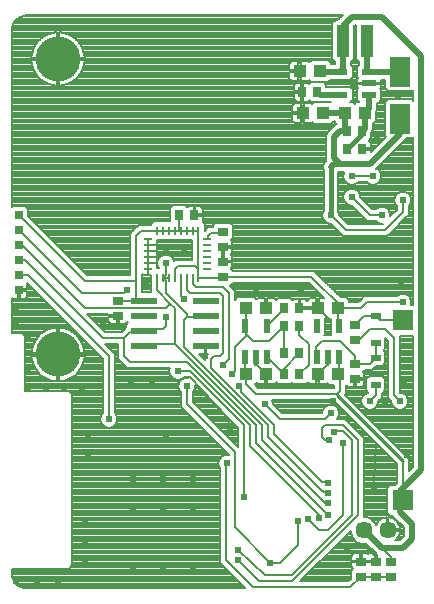
<source format=gbl>
G75*
G70*
%OFA0B0*%
%FSLAX24Y24*%
%IPPOS*%
%LPD*%
%AMOC8*
5,1,8,0,0,1.08239X$1,22.5*
%
%ADD10C,0.1500*%
%ADD11R,0.0315X0.0098*%
%ADD12R,0.0098X0.0315*%
%ADD13R,0.0500X0.0220*%
%ADD14C,0.0570*%
%ADD15R,0.0433X0.0394*%
%ADD16R,0.0394X0.1063*%
%ADD17R,0.0669X0.0984*%
%ADD18R,0.0276X0.0354*%
%ADD19R,0.0217X0.0472*%
%ADD20R,0.0300X0.0300*%
%ADD21R,0.0354X0.0276*%
%ADD22R,0.0709X0.0709*%
%ADD23R,0.0327X0.0248*%
%ADD24R,0.0870X0.0240*%
%ADD25C,0.0240*%
%ADD26C,0.0070*%
%ADD27C,0.0080*%
%ADD28C,0.0090*%
%ADD29C,0.0200*%
%ADD30C,0.0150*%
%ADD31C,0.0160*%
D10*
X002047Y009825D03*
X002047Y019668D03*
D11*
X005056Y013658D03*
X005056Y013461D03*
X005056Y013264D03*
X005056Y013067D03*
X005056Y012870D03*
X005056Y012673D03*
X007024Y012673D03*
X007024Y012870D03*
X007024Y013067D03*
X007024Y013264D03*
X007024Y013461D03*
X007024Y013658D03*
D12*
X006729Y013953D03*
X006532Y013953D03*
X006335Y013953D03*
X006138Y013953D03*
X005942Y013953D03*
X005745Y013953D03*
X005548Y013953D03*
X005351Y013953D03*
X005351Y012378D03*
X005548Y012378D03*
X005745Y012378D03*
X005942Y012378D03*
X006138Y012378D03*
X006335Y012378D03*
X006532Y012378D03*
X006729Y012378D03*
D13*
X011460Y018485D03*
X011460Y019245D03*
X012420Y019245D03*
X012420Y018865D03*
X012420Y018485D03*
D14*
X012246Y003965D03*
X013034Y003965D03*
D15*
X011375Y009165D03*
X010705Y009165D03*
X010705Y011365D03*
X011375Y011365D03*
X008975Y011365D03*
X008305Y011365D03*
X008305Y009165D03*
X008975Y009165D03*
X010205Y017865D03*
X010875Y017865D03*
X011605Y017865D03*
X012275Y017865D03*
X010775Y019265D03*
X010105Y019265D03*
D16*
X011546Y020265D03*
X012334Y020265D03*
D17*
X013434Y019250D03*
X013434Y017675D03*
D18*
X012196Y017265D03*
X012196Y016665D03*
X011684Y016665D03*
X011684Y017265D03*
X010696Y018565D03*
X010184Y018565D03*
X006596Y014465D03*
X006084Y014465D03*
X009584Y011365D03*
X009584Y010765D03*
X010096Y010765D03*
X010096Y011365D03*
X010096Y009865D03*
X010096Y009165D03*
X009584Y009165D03*
X009584Y009865D03*
D19*
X009014Y009754D03*
X008640Y009754D03*
X008266Y009754D03*
X008266Y010777D03*
X009014Y010777D03*
X010666Y010777D03*
X011414Y010777D03*
X011414Y009754D03*
X011040Y009754D03*
X010666Y009754D03*
D20*
X000740Y011965D03*
X000740Y012465D03*
X000740Y012965D03*
X000740Y013465D03*
X000740Y013965D03*
X000740Y014465D03*
D21*
X004040Y011621D03*
X004040Y011110D03*
X007540Y012410D03*
X007540Y012921D03*
X007540Y013410D03*
X007540Y013921D03*
X011940Y010821D03*
X011940Y010310D03*
X011940Y009521D03*
X011940Y009010D03*
X012140Y002921D03*
X012140Y002410D03*
X012640Y002410D03*
X012640Y002921D03*
X013140Y002921D03*
X013140Y002410D03*
D22*
X013540Y004963D03*
X013540Y010967D03*
D23*
X012640Y011118D03*
X012640Y010213D03*
X012640Y009718D03*
X012640Y008813D03*
D24*
X006970Y010115D03*
X006970Y010615D03*
X006970Y011115D03*
X006970Y011615D03*
X004910Y011615D03*
X004910Y011115D03*
X004910Y010615D03*
X004910Y010115D03*
D25*
X005190Y008965D03*
X004490Y008965D03*
X003740Y007665D03*
X003040Y007665D03*
X003040Y007065D03*
X003040Y006465D03*
X003040Y005865D03*
X002940Y004765D03*
X002940Y004165D03*
X002940Y003565D03*
X002940Y002965D03*
X002540Y002565D03*
X002040Y002265D03*
X001340Y002265D03*
X000640Y002265D03*
X004540Y002665D03*
X004540Y003665D03*
X004540Y004665D03*
X004540Y005665D03*
X005540Y005665D03*
X005540Y004665D03*
X005540Y003665D03*
X005540Y002665D03*
X006540Y002665D03*
X006540Y003665D03*
X006540Y004665D03*
X006540Y005665D03*
X005640Y007065D03*
X006340Y008765D03*
X006040Y009265D03*
X006940Y009765D03*
X007540Y009465D03*
X007840Y009165D03*
X008080Y008785D03*
X008940Y008765D03*
X008940Y008165D03*
X007780Y007365D03*
X007670Y006195D03*
X008240Y005065D03*
X008040Y003315D03*
X008040Y002965D03*
X009130Y002885D03*
X010040Y004265D03*
X010380Y004325D03*
X010740Y004365D03*
X011040Y004465D03*
X011040Y004865D03*
X011060Y005205D03*
X011040Y005535D03*
X011540Y006865D03*
X011260Y007245D03*
X011090Y006985D03*
X011140Y007865D03*
X011210Y008265D03*
X012440Y008265D03*
X012940Y008265D03*
X013440Y008265D03*
X013590Y008865D03*
X013690Y006465D03*
X012590Y005415D03*
X012440Y003265D03*
X011690Y003265D03*
X013540Y011565D03*
X013490Y012165D03*
X012840Y014465D03*
X013540Y014965D03*
X012540Y015765D03*
X011840Y015765D03*
X011840Y015065D03*
X011140Y014465D03*
X011690Y012065D03*
X010140Y011965D03*
X008640Y011965D03*
X006240Y011665D03*
X005640Y011065D03*
X004990Y012165D03*
X004340Y011965D03*
X004090Y012765D03*
X003540Y010865D03*
X002840Y008665D03*
X002240Y008665D03*
X001640Y008665D03*
X001040Y008665D03*
X001040Y009265D03*
X001040Y009865D03*
X001040Y010465D03*
X000640Y010765D03*
X000640Y011265D03*
X005640Y012865D03*
X005640Y013365D03*
X006240Y013365D03*
X011890Y018865D03*
X013390Y018465D03*
X012690Y017065D03*
D26*
X011375Y010817D02*
X011414Y010777D01*
X012440Y003265D02*
X012640Y003065D01*
X012640Y002921D01*
X012140Y002921D01*
D27*
X000919Y002035D02*
X000731Y002113D01*
X000588Y002257D01*
X000510Y002444D01*
X000500Y002545D01*
X000500Y002680D01*
X002417Y002680D01*
X002525Y002789D01*
X002525Y008505D01*
X002417Y008613D01*
X000962Y008613D01*
X000962Y010442D01*
X000854Y010550D01*
X000500Y010550D01*
X000500Y011707D01*
X000504Y011703D01*
X000536Y011685D01*
X000572Y011675D01*
X000705Y011675D01*
X000705Y011930D01*
X000775Y011930D01*
X000775Y011675D01*
X000908Y011675D01*
X000944Y011685D01*
X000976Y011703D01*
X001002Y011729D01*
X001020Y011761D01*
X001030Y011797D01*
X001030Y011930D01*
X000775Y011930D01*
X000775Y012000D01*
X001030Y012000D01*
X001030Y012134D01*
X001020Y012169D01*
X001002Y012201D01*
X001012Y012211D01*
X003540Y009683D01*
X003540Y007861D01*
X003503Y007824D01*
X003460Y007721D01*
X003460Y007610D01*
X003503Y007507D01*
X003581Y007428D01*
X003684Y007385D01*
X003796Y007385D01*
X003899Y007428D01*
X003977Y007507D01*
X004020Y007610D01*
X004020Y007721D01*
X003977Y007824D01*
X003940Y007861D01*
X003940Y009848D01*
X003623Y010165D01*
X004040Y010165D01*
X004040Y009683D01*
X004157Y009565D01*
X004357Y009365D01*
X005778Y009365D01*
X005760Y009321D01*
X005760Y009210D01*
X005803Y009107D01*
X005881Y009028D01*
X005984Y008985D01*
X006096Y008985D01*
X006199Y009028D01*
X006236Y009065D01*
X006357Y009065D01*
X006377Y009045D01*
X006284Y009045D01*
X006181Y009003D01*
X006103Y008924D01*
X006060Y008821D01*
X006060Y008710D01*
X006103Y008607D01*
X006140Y008569D01*
X006140Y008083D01*
X007740Y006483D01*
X007740Y006470D01*
X007726Y006475D01*
X007614Y006475D01*
X007511Y006433D01*
X007433Y006354D01*
X007390Y006251D01*
X007390Y006140D01*
X007433Y006037D01*
X007440Y006029D01*
X007440Y002883D01*
X007557Y002765D01*
X008297Y002025D01*
X001020Y002025D01*
X000919Y002035D01*
X000760Y002101D02*
X008222Y002101D01*
X008143Y002179D02*
X000665Y002179D01*
X000587Y002258D02*
X008065Y002258D01*
X007986Y002336D02*
X000555Y002336D01*
X000522Y002415D02*
X007908Y002415D01*
X007829Y002493D02*
X000505Y002493D01*
X000500Y002572D02*
X007751Y002572D01*
X007672Y002650D02*
X000500Y002650D01*
X002465Y002729D02*
X007594Y002729D01*
X007515Y002807D02*
X002525Y002807D01*
X002525Y002886D02*
X007440Y002886D01*
X007440Y002964D02*
X002525Y002964D01*
X002525Y003043D02*
X007440Y003043D01*
X007440Y003121D02*
X002525Y003121D01*
X002525Y003200D02*
X007440Y003200D01*
X007440Y003278D02*
X002525Y003278D01*
X002525Y003357D02*
X007440Y003357D01*
X007440Y003435D02*
X002525Y003435D01*
X002525Y003514D02*
X007440Y003514D01*
X007440Y003592D02*
X002525Y003592D01*
X002525Y003671D02*
X007440Y003671D01*
X007440Y003749D02*
X002525Y003749D01*
X002525Y003828D02*
X007440Y003828D01*
X007440Y003906D02*
X002525Y003906D01*
X002525Y003985D02*
X007440Y003985D01*
X007440Y004063D02*
X002525Y004063D01*
X002525Y004142D02*
X007440Y004142D01*
X007440Y004220D02*
X002525Y004220D01*
X002525Y004299D02*
X007440Y004299D01*
X007440Y004377D02*
X002525Y004377D01*
X002525Y004456D02*
X007440Y004456D01*
X007440Y004534D02*
X002525Y004534D01*
X002525Y004613D02*
X007440Y004613D01*
X007440Y004691D02*
X002525Y004691D01*
X002525Y004770D02*
X007440Y004770D01*
X007440Y004848D02*
X002525Y004848D01*
X002525Y004927D02*
X007440Y004927D01*
X007440Y005005D02*
X002525Y005005D01*
X002525Y005084D02*
X007440Y005084D01*
X007440Y005162D02*
X002525Y005162D01*
X002525Y005241D02*
X007440Y005241D01*
X007440Y005319D02*
X002525Y005319D01*
X002525Y005398D02*
X007440Y005398D01*
X007440Y005476D02*
X002525Y005476D01*
X002525Y005555D02*
X007440Y005555D01*
X007440Y005633D02*
X002525Y005633D01*
X002525Y005712D02*
X007440Y005712D01*
X007440Y005790D02*
X002525Y005790D01*
X002525Y005869D02*
X007440Y005869D01*
X007440Y005947D02*
X002525Y005947D01*
X002525Y006026D02*
X007440Y006026D01*
X007405Y006104D02*
X002525Y006104D01*
X002525Y006183D02*
X007390Y006183D01*
X007394Y006261D02*
X002525Y006261D01*
X002525Y006340D02*
X007427Y006340D01*
X007497Y006418D02*
X002525Y006418D01*
X002525Y006497D02*
X007726Y006497D01*
X007647Y006575D02*
X002525Y006575D01*
X002525Y006654D02*
X007569Y006654D01*
X007490Y006732D02*
X002525Y006732D01*
X002525Y006811D02*
X007412Y006811D01*
X007333Y006889D02*
X002525Y006889D01*
X002525Y006968D02*
X007255Y006968D01*
X007176Y007046D02*
X002525Y007046D01*
X002525Y007125D02*
X007098Y007125D01*
X007019Y007203D02*
X002525Y007203D01*
X002525Y007282D02*
X006941Y007282D01*
X006862Y007360D02*
X002525Y007360D01*
X002525Y007439D02*
X003571Y007439D01*
X003498Y007517D02*
X002525Y007517D01*
X002525Y007596D02*
X003466Y007596D01*
X003460Y007674D02*
X002525Y007674D01*
X002525Y007753D02*
X003473Y007753D01*
X003510Y007831D02*
X002525Y007831D01*
X002525Y007910D02*
X003540Y007910D01*
X003540Y007988D02*
X002525Y007988D01*
X002525Y008067D02*
X003540Y008067D01*
X003540Y008145D02*
X002525Y008145D01*
X002525Y008224D02*
X003540Y008224D01*
X003540Y008302D02*
X002525Y008302D01*
X002525Y008381D02*
X003540Y008381D01*
X003540Y008459D02*
X002525Y008459D01*
X002492Y008538D02*
X003540Y008538D01*
X003540Y008616D02*
X000962Y008616D01*
X000962Y008695D02*
X003540Y008695D01*
X003540Y008773D02*
X000962Y008773D01*
X000962Y008852D02*
X003540Y008852D01*
X003540Y008930D02*
X000962Y008930D01*
X000962Y009009D02*
X001692Y009009D01*
X001653Y009025D02*
X001760Y008981D01*
X001873Y008951D01*
X001989Y008935D01*
X002007Y008935D01*
X002007Y009785D01*
X002087Y009785D01*
X002087Y008935D01*
X002105Y008935D01*
X002221Y008951D01*
X002334Y008981D01*
X002442Y009025D01*
X002543Y009084D01*
X002635Y009155D01*
X002718Y009237D01*
X002789Y009330D01*
X002847Y009431D01*
X002892Y009539D01*
X002922Y009651D01*
X002937Y009767D01*
X002937Y009785D01*
X002087Y009785D01*
X002087Y009865D01*
X002937Y009865D01*
X002937Y009884D01*
X002922Y009999D01*
X002892Y010112D01*
X002847Y010220D01*
X002789Y010321D01*
X002718Y010413D01*
X002635Y010496D01*
X002543Y010567D01*
X002442Y010625D01*
X002334Y010670D01*
X002221Y010700D01*
X002105Y010715D01*
X002087Y010715D01*
X002087Y009865D01*
X002007Y009865D01*
X002007Y009785D01*
X001157Y009785D01*
X001157Y009767D01*
X001172Y009651D01*
X001203Y009539D01*
X001247Y009431D01*
X001306Y009330D01*
X001377Y009237D01*
X001459Y009155D01*
X001552Y009084D01*
X001653Y009025D01*
X001547Y009087D02*
X000962Y009087D01*
X000962Y009166D02*
X001448Y009166D01*
X001371Y009244D02*
X000962Y009244D01*
X000962Y009323D02*
X001311Y009323D01*
X001264Y009401D02*
X000962Y009401D01*
X000962Y009480D02*
X001227Y009480D01*
X001197Y009558D02*
X000962Y009558D01*
X000962Y009637D02*
X001176Y009637D01*
X001164Y009715D02*
X000962Y009715D01*
X000962Y009794D02*
X002007Y009794D01*
X002007Y009865D02*
X001157Y009865D01*
X001157Y009884D01*
X001172Y009999D01*
X001203Y010112D01*
X001247Y010220D01*
X001306Y010321D01*
X001377Y010413D01*
X001459Y010496D01*
X001552Y010567D01*
X001653Y010625D01*
X001760Y010670D01*
X001873Y010700D01*
X001989Y010715D01*
X002007Y010715D01*
X002007Y009865D01*
X002007Y009872D02*
X002087Y009872D01*
X002087Y009794D02*
X003429Y009794D01*
X003507Y009715D02*
X002930Y009715D01*
X002918Y009637D02*
X003540Y009637D01*
X003540Y009558D02*
X002897Y009558D01*
X002867Y009480D02*
X003540Y009480D01*
X003540Y009401D02*
X002830Y009401D01*
X002783Y009323D02*
X003540Y009323D01*
X003540Y009244D02*
X002723Y009244D01*
X002646Y009166D02*
X003540Y009166D01*
X003540Y009087D02*
X002548Y009087D01*
X002402Y009009D02*
X003540Y009009D01*
X003940Y009009D02*
X005928Y009009D01*
X005822Y009087D02*
X003940Y009087D01*
X003940Y009166D02*
X005778Y009166D01*
X005760Y009244D02*
X003940Y009244D01*
X003940Y009323D02*
X005761Y009323D01*
X006040Y009265D02*
X006440Y009265D01*
X008240Y007465D01*
X008240Y005065D01*
X007940Y004065D02*
X009130Y002885D01*
X009150Y002865D01*
X009440Y002865D01*
X010040Y003465D01*
X010040Y004265D01*
X010380Y004325D02*
X010740Y003965D01*
X011040Y003965D01*
X011540Y004465D01*
X011540Y006865D01*
X011840Y006965D02*
X011540Y007265D01*
X011280Y007265D01*
X011260Y007245D01*
X011090Y006985D02*
X010940Y006965D01*
X010840Y007065D01*
X010840Y007365D01*
X010940Y007465D01*
X011540Y007465D01*
X012040Y006965D01*
X012040Y004465D01*
X009840Y002265D01*
X008740Y002265D01*
X008040Y002965D01*
X008040Y003315D02*
X008940Y002465D01*
X009840Y002465D01*
X011840Y004465D01*
X011840Y006965D01*
X012006Y007282D02*
X012234Y007282D01*
X012312Y007203D02*
X012085Y007203D01*
X012123Y007165D02*
X011740Y007548D01*
X011740Y007548D01*
X011623Y007665D01*
X011336Y007665D01*
X011377Y007707D01*
X011420Y007810D01*
X011420Y007921D01*
X011377Y008024D01*
X011299Y008103D01*
X011196Y008145D01*
X011084Y008145D01*
X010981Y008103D01*
X010903Y008024D01*
X010860Y007921D01*
X010860Y007868D01*
X010857Y007865D01*
X009523Y007865D01*
X009220Y008168D01*
X009220Y008221D01*
X009181Y008315D01*
X011187Y008315D01*
X011189Y008311D01*
X011216Y008300D01*
X013340Y006176D01*
X013340Y005533D01*
X013285Y005478D01*
X013119Y005478D01*
X013026Y005384D01*
X013026Y004543D01*
X013119Y004449D01*
X013207Y004449D01*
X013220Y004418D01*
X013580Y004058D01*
X013580Y003773D01*
X013432Y003625D01*
X013289Y003625D01*
X013311Y003641D01*
X013358Y003689D01*
X013397Y003743D01*
X013428Y003802D01*
X013448Y003866D01*
X013459Y003932D01*
X013459Y003937D01*
X013063Y003937D01*
X013063Y003994D01*
X013459Y003994D01*
X013459Y003999D01*
X013448Y004065D01*
X013428Y004129D01*
X013397Y004188D01*
X013358Y004242D01*
X013311Y004290D01*
X013256Y004329D01*
X013197Y004359D01*
X013133Y004380D01*
X013067Y004390D01*
X013063Y004390D01*
X013063Y003994D01*
X013005Y003994D01*
X013005Y004390D01*
X013000Y004390D01*
X012934Y004380D01*
X012871Y004359D01*
X012811Y004329D01*
X012757Y004290D01*
X012710Y004242D01*
X012670Y004188D01*
X012651Y004151D01*
X012624Y004218D01*
X012498Y004343D01*
X012335Y004410D01*
X012240Y004410D01*
X012240Y007048D01*
X012123Y007165D01*
X012123Y007165D01*
X012163Y007125D02*
X012391Y007125D01*
X012469Y007046D02*
X012240Y007046D01*
X012240Y006968D02*
X012548Y006968D01*
X012626Y006889D02*
X012240Y006889D01*
X012240Y006811D02*
X012705Y006811D01*
X012640Y006865D02*
X011210Y008265D01*
X011209Y008302D02*
X009186Y008302D01*
X009219Y008224D02*
X011292Y008224D01*
X011370Y008145D02*
X009243Y008145D01*
X009321Y008067D02*
X010946Y008067D01*
X010888Y007988D02*
X009400Y007988D01*
X009478Y007910D02*
X010860Y007910D01*
X010940Y007665D02*
X009440Y007665D01*
X008940Y008165D01*
X008640Y008515D02*
X008305Y008850D01*
X008305Y009165D01*
X008266Y009205D01*
X008266Y009754D01*
X008626Y009739D02*
X008626Y009485D01*
X008654Y009456D01*
X008654Y009739D01*
X008626Y009739D01*
X008640Y009754D02*
X008640Y009500D01*
X008975Y009165D01*
X008935Y009125D02*
X009015Y009125D01*
X009015Y008829D01*
X009210Y008829D01*
X009245Y008838D01*
X009277Y008857D01*
X009303Y008883D01*
X009311Y008897D01*
X009380Y008828D01*
X009788Y008828D01*
X009840Y008880D01*
X009892Y008828D01*
X010300Y008828D01*
X010369Y008897D01*
X010377Y008883D01*
X010403Y008857D01*
X010435Y008838D01*
X010470Y008829D01*
X010665Y008829D01*
X010665Y009125D01*
X010745Y009125D01*
X010745Y008829D01*
X010940Y008829D01*
X010976Y008838D01*
X011008Y008857D01*
X011026Y008875D01*
X011092Y008809D01*
X011240Y008809D01*
X011240Y008715D01*
X008723Y008715D01*
X008609Y008829D01*
X008654Y008875D01*
X008672Y008857D01*
X008704Y008838D01*
X008740Y008829D01*
X008935Y008829D01*
X008935Y009125D01*
X008935Y009087D02*
X009015Y009087D01*
X009015Y009009D02*
X008935Y009009D01*
X008935Y008930D02*
X009015Y008930D01*
X009015Y008852D02*
X008935Y008852D01*
X008680Y008852D02*
X008632Y008852D01*
X008665Y008773D02*
X011240Y008773D01*
X011048Y008852D02*
X011000Y008852D01*
X010745Y008852D02*
X010665Y008852D01*
X010665Y008930D02*
X010745Y008930D01*
X010745Y009009D02*
X010665Y009009D01*
X010665Y009087D02*
X010745Y009087D01*
X010705Y009165D02*
X011040Y009500D01*
X011040Y009754D01*
X011054Y009740D02*
X011054Y009485D01*
X011026Y009456D01*
X011026Y009740D01*
X011054Y009740D01*
X011054Y009715D02*
X011026Y009715D01*
X011026Y009637D02*
X011054Y009637D01*
X011054Y009558D02*
X011026Y009558D01*
X011026Y009480D02*
X011050Y009480D01*
X011375Y009165D02*
X011440Y009100D01*
X011440Y008595D01*
X011360Y008515D01*
X011340Y008465D01*
X011360Y008515D02*
X008640Y008515D01*
X008140Y008565D02*
X008140Y008725D01*
X008080Y008785D01*
X008140Y008565D02*
X009240Y007465D01*
X009240Y007165D01*
X010840Y005565D01*
X011040Y005535D01*
X011060Y005205D02*
X010840Y005265D01*
X009040Y007065D01*
X009040Y007465D01*
X007140Y009365D01*
X007140Y009665D01*
X007240Y009765D01*
X007440Y009765D01*
X007540Y009865D01*
X007540Y011765D01*
X007440Y011865D01*
X006440Y011865D01*
X006340Y011965D01*
X006340Y012373D01*
X006335Y012378D01*
X006140Y012376D02*
X006138Y012378D01*
X006138Y011767D01*
X006240Y011665D01*
X005940Y011365D02*
X005790Y011515D01*
X005640Y011365D01*
X002940Y011365D01*
X000840Y013465D01*
X000740Y013465D01*
X000740Y012965D02*
X000940Y012965D01*
X003540Y010365D01*
X004240Y010365D01*
X004440Y010565D01*
X004860Y010565D01*
X004910Y010615D01*
X004960Y010665D01*
X005540Y010665D01*
X005640Y010765D01*
X005640Y011065D01*
X005940Y011365D02*
X005940Y010165D01*
X004960Y010165D01*
X004910Y010115D01*
X004440Y009565D02*
X004240Y009765D01*
X004240Y010365D01*
X004157Y010565D02*
X003623Y010565D01*
X003023Y011165D01*
X003723Y011165D01*
X003723Y011138D01*
X004011Y011138D01*
X004011Y011081D01*
X003723Y011081D01*
X003723Y010953D01*
X003732Y010918D01*
X003751Y010886D01*
X003777Y010860D01*
X003809Y010841D01*
X003844Y010832D01*
X004011Y010832D01*
X004011Y011081D01*
X004069Y011081D01*
X004069Y010832D01*
X004236Y010832D01*
X004271Y010841D01*
X004303Y010860D01*
X004329Y010886D01*
X004340Y010904D01*
X004379Y010865D01*
X004315Y010802D01*
X004315Y010723D01*
X004240Y010648D01*
X004157Y010565D01*
X004171Y010579D02*
X003609Y010579D01*
X003531Y010657D02*
X004249Y010657D01*
X004315Y010736D02*
X003452Y010736D01*
X003374Y010814D02*
X004328Y010814D01*
X004333Y010893D02*
X004351Y010893D01*
X004069Y010893D02*
X004011Y010893D01*
X004011Y010971D02*
X004069Y010971D01*
X004069Y011050D02*
X004011Y011050D01*
X004011Y011128D02*
X003060Y011128D01*
X003138Y011050D02*
X003723Y011050D01*
X003723Y010971D02*
X003217Y010971D01*
X003295Y010893D02*
X003747Y010893D01*
X004040Y011621D02*
X004346Y011615D01*
X004640Y011615D01*
X004640Y012265D01*
X002940Y012265D01*
X000740Y014465D01*
X001050Y014438D02*
X003023Y012465D01*
X004440Y012465D01*
X004440Y013848D01*
X004557Y013965D01*
X004745Y014153D01*
X005142Y014153D01*
X005142Y014177D01*
X005236Y014270D01*
X005786Y014270D01*
X005786Y014709D01*
X005880Y014803D01*
X006288Y014803D01*
X006354Y014737D01*
X006372Y014755D01*
X006404Y014773D01*
X006440Y014783D01*
X006567Y014783D01*
X006567Y014494D01*
X006625Y014494D01*
X006874Y014494D01*
X006874Y014661D01*
X010900Y014661D01*
X010900Y014618D02*
X010860Y014521D01*
X010860Y014410D01*
X010903Y014307D01*
X010981Y014228D01*
X011084Y014185D01*
X011137Y014185D01*
X011557Y013765D01*
X013023Y013765D01*
X013140Y013883D01*
X013623Y014365D01*
X013740Y014483D01*
X013740Y014769D01*
X013777Y014807D01*
X013820Y014910D01*
X013820Y015021D01*
X013777Y015124D01*
X013699Y015203D01*
X013596Y015245D01*
X013484Y015245D01*
X013381Y015203D01*
X013303Y015124D01*
X013260Y015021D01*
X013260Y014910D01*
X013303Y014807D01*
X013340Y014769D01*
X013340Y014648D01*
X013120Y014428D01*
X013120Y014521D01*
X013077Y014624D01*
X012999Y014703D01*
X012896Y014745D01*
X012784Y014745D01*
X012681Y014703D01*
X012644Y014665D01*
X012523Y014665D01*
X012120Y015068D01*
X012120Y015121D01*
X012077Y015224D01*
X011999Y015303D01*
X011896Y015345D01*
X011784Y015345D01*
X011681Y015303D01*
X011603Y015224D01*
X011560Y015121D01*
X011560Y015010D01*
X011603Y014907D01*
X011681Y014828D01*
X011784Y014785D01*
X011837Y014785D01*
X012357Y014265D01*
X012644Y014265D01*
X012681Y014228D01*
X012784Y014185D01*
X012877Y014185D01*
X012857Y014165D01*
X011723Y014165D01*
X011420Y014468D01*
X011420Y014521D01*
X011380Y014618D01*
X011380Y015905D01*
X011595Y015905D01*
X011560Y015821D01*
X011560Y015710D01*
X011603Y015607D01*
X011681Y015528D01*
X011784Y015485D01*
X011896Y015485D01*
X011999Y015528D01*
X012036Y015565D01*
X012344Y015565D01*
X012381Y015528D01*
X012484Y015485D01*
X012596Y015485D01*
X012699Y015528D01*
X012777Y015607D01*
X012820Y015710D01*
X012820Y015821D01*
X012777Y015924D01*
X012699Y016003D01*
X012661Y016019D01*
X013655Y017012D01*
X013659Y017023D01*
X013835Y017023D01*
X013880Y017068D01*
X013880Y011482D01*
X013808Y011482D01*
X013820Y011510D01*
X013820Y011621D01*
X013777Y011724D01*
X013699Y011803D01*
X013596Y011845D01*
X013484Y011845D01*
X013381Y011803D01*
X013344Y011765D01*
X012257Y011765D01*
X012140Y011648D01*
X012057Y011565D01*
X011751Y011565D01*
X011751Y011629D01*
X011657Y011722D01*
X011466Y011722D01*
X010696Y012492D01*
X010579Y012610D01*
X007877Y012610D01*
X007877Y012614D01*
X007811Y012680D01*
X007829Y012698D01*
X007848Y012730D01*
X007857Y012765D01*
X007857Y012892D01*
X007569Y012892D01*
X007569Y012950D01*
X007857Y012950D01*
X007857Y013078D01*
X007848Y013113D01*
X007829Y013145D01*
X007809Y013165D01*
X007829Y013186D01*
X007848Y013218D01*
X007857Y013253D01*
X007857Y013381D01*
X007569Y013381D01*
X007569Y013438D01*
X007857Y013438D01*
X007857Y013566D01*
X007848Y013601D01*
X007829Y013633D01*
X007811Y013651D01*
X007877Y013717D01*
X007877Y014125D01*
X007783Y014219D01*
X007297Y014219D01*
X007203Y014125D01*
X007203Y014065D01*
X007057Y014065D01*
X006940Y013948D01*
X006938Y013946D01*
X006938Y014177D01*
X006868Y014247D01*
X006874Y014270D01*
X006874Y014437D01*
X006625Y014437D01*
X006625Y014494D01*
X006625Y014783D01*
X006752Y014783D01*
X006788Y014773D01*
X006820Y014755D01*
X006846Y014729D01*
X006864Y014697D01*
X006874Y014661D01*
X006874Y014582D02*
X010885Y014582D01*
X010900Y014618D02*
X010900Y015965D01*
X010880Y016014D01*
X010880Y016117D01*
X010920Y016213D01*
X010992Y016285D01*
X010980Y016314D01*
X010980Y017117D01*
X011020Y017213D01*
X011220Y017413D01*
X011293Y017486D01*
X011345Y017508D01*
X011345Y017509D01*
X011323Y017509D01*
X011240Y017591D01*
X011157Y017509D01*
X010592Y017509D01*
X010526Y017575D01*
X010508Y017557D01*
X010476Y017538D01*
X010440Y017529D01*
X010245Y017529D01*
X010245Y017825D01*
X010165Y017825D01*
X010165Y017529D01*
X009970Y017529D01*
X009935Y017538D01*
X009903Y017557D01*
X009877Y017583D01*
X009858Y017615D01*
X009849Y017650D01*
X009849Y017825D01*
X010165Y017825D01*
X010165Y017905D01*
X009849Y017905D01*
X009849Y018081D01*
X009858Y018116D01*
X009877Y018148D01*
X009903Y018174D01*
X009935Y018193D01*
X009970Y018202D01*
X010165Y018202D01*
X010165Y017905D01*
X010245Y017905D01*
X010245Y018202D01*
X010440Y018202D01*
X010476Y018193D01*
X010508Y018174D01*
X010526Y018156D01*
X010592Y018222D01*
X011137Y018222D01*
X011134Y018225D01*
X010724Y018225D01*
X010717Y018228D01*
X010492Y018228D01*
X010426Y018294D01*
X010408Y018276D01*
X010376Y018258D01*
X010340Y018248D01*
X010213Y018248D01*
X010213Y018537D01*
X010155Y018537D01*
X009906Y018537D01*
X009906Y018370D01*
X009916Y018334D01*
X009934Y018302D01*
X009960Y018276D01*
X009992Y018258D01*
X010028Y018248D01*
X010155Y018248D01*
X010155Y018537D01*
X010155Y018594D01*
X009906Y018594D01*
X009906Y018761D01*
X009916Y018797D01*
X009934Y018829D01*
X009960Y018855D01*
X009992Y018873D01*
X010028Y018883D01*
X010155Y018883D01*
X010155Y018594D01*
X010213Y018594D01*
X010213Y018883D01*
X010340Y018883D01*
X010376Y018873D01*
X010408Y018855D01*
X010426Y018837D01*
X010492Y018903D01*
X010900Y018903D01*
X010994Y018809D01*
X010994Y018745D01*
X011134Y018745D01*
X011144Y018755D01*
X011776Y018755D01*
X011870Y018662D01*
X011870Y018309D01*
X011783Y018222D01*
X011888Y018222D01*
X011940Y018170D01*
X011992Y018222D01*
X012097Y018222D01*
X012010Y018309D01*
X012010Y018662D01*
X012043Y018695D01*
X012040Y018701D01*
X012030Y018737D01*
X012030Y018850D01*
X012405Y018850D01*
X012405Y018880D01*
X012030Y018880D01*
X012030Y018994D01*
X012040Y019029D01*
X012043Y019036D01*
X012010Y019069D01*
X012010Y019422D01*
X012074Y019485D01*
X012074Y019574D01*
X012071Y019574D01*
X011977Y019668D01*
X011977Y020805D01*
X011948Y020805D01*
X011903Y020761D01*
X011903Y019668D01*
X011809Y019574D01*
X011806Y019574D01*
X011806Y019485D01*
X011870Y019422D01*
X011870Y019069D01*
X011776Y018975D01*
X011144Y018975D01*
X011134Y018985D01*
X011057Y018909D01*
X010492Y018909D01*
X010426Y018975D01*
X010408Y018957D01*
X010376Y018938D01*
X010340Y018929D01*
X010145Y018929D01*
X010145Y019225D01*
X010065Y019225D01*
X010065Y018929D01*
X009870Y018929D01*
X009835Y018938D01*
X009803Y018957D01*
X009777Y018983D01*
X009758Y019015D01*
X009749Y019050D01*
X009749Y019225D01*
X010065Y019225D01*
X010065Y019305D01*
X009749Y019305D01*
X009749Y019481D01*
X009758Y019516D01*
X009777Y019548D01*
X009803Y019574D01*
X009835Y019593D01*
X009870Y019602D01*
X010065Y019602D01*
X010065Y019305D01*
X010145Y019305D01*
X010145Y019602D01*
X010340Y019602D01*
X010376Y019593D01*
X010408Y019574D01*
X010426Y019556D01*
X010492Y019622D01*
X011057Y019622D01*
X011151Y019529D01*
X011151Y019515D01*
X011286Y019515D01*
X011286Y019574D01*
X011283Y019574D01*
X011189Y019668D01*
X011189Y020863D01*
X011283Y020957D01*
X011364Y020957D01*
X011534Y021127D01*
X001020Y021127D01*
X000919Y021117D01*
X000731Y021040D01*
X000588Y020896D01*
X000510Y020709D01*
X000500Y020607D01*
X000500Y014752D01*
X000524Y014775D01*
X000956Y014775D01*
X001050Y014682D01*
X001050Y014438D01*
X001063Y014425D02*
X005786Y014425D01*
X005786Y014347D02*
X001141Y014347D01*
X001220Y014268D02*
X005234Y014268D01*
X005155Y014190D02*
X001298Y014190D01*
X001377Y014111D02*
X004703Y014111D01*
X004625Y014033D02*
X001455Y014033D01*
X001534Y013954D02*
X004546Y013954D01*
X004468Y013876D02*
X001612Y013876D01*
X001691Y013797D02*
X004440Y013797D01*
X004440Y013719D02*
X001769Y013719D01*
X001848Y013640D02*
X004440Y013640D01*
X004440Y013562D02*
X001926Y013562D01*
X002005Y013483D02*
X004440Y013483D01*
X004440Y013405D02*
X002083Y013405D01*
X002162Y013326D02*
X004440Y013326D01*
X004440Y013248D02*
X002240Y013248D01*
X002319Y013169D02*
X004440Y013169D01*
X004440Y013091D02*
X002397Y013091D01*
X002476Y013012D02*
X004440Y013012D01*
X004440Y012934D02*
X002554Y012934D01*
X002633Y012855D02*
X004440Y012855D01*
X004440Y012777D02*
X002711Y012777D01*
X002790Y012698D02*
X004440Y012698D01*
X004440Y012620D02*
X002868Y012620D01*
X002947Y012541D02*
X004440Y012541D01*
X004640Y012265D02*
X004640Y013765D01*
X004827Y013953D01*
X005351Y013953D01*
X005548Y013953D01*
X005745Y013953D01*
X005942Y013953D01*
X006138Y013953D01*
X006084Y014007D01*
X006084Y014465D01*
X005786Y014504D02*
X001050Y014504D01*
X001050Y014582D02*
X005786Y014582D01*
X005786Y014661D02*
X001050Y014661D01*
X000992Y014739D02*
X005817Y014739D01*
X006351Y014739D02*
X006357Y014739D01*
X006567Y014739D02*
X006625Y014739D01*
X006625Y014661D02*
X006567Y014661D01*
X006567Y014582D02*
X006625Y014582D01*
X006625Y014504D02*
X006567Y014504D01*
X006835Y014739D02*
X010900Y014739D01*
X010900Y014818D02*
X000500Y014818D01*
X000500Y014896D02*
X010900Y014896D01*
X010900Y014975D02*
X000500Y014975D01*
X000500Y015054D02*
X010900Y015054D01*
X010900Y015132D02*
X000500Y015132D01*
X000500Y015211D02*
X010900Y015211D01*
X010900Y015289D02*
X000500Y015289D01*
X000500Y015368D02*
X010900Y015368D01*
X010900Y015446D02*
X000500Y015446D01*
X000500Y015525D02*
X010900Y015525D01*
X010900Y015603D02*
X000500Y015603D01*
X000500Y015682D02*
X010900Y015682D01*
X010900Y015760D02*
X000500Y015760D01*
X000500Y015839D02*
X010900Y015839D01*
X010900Y015917D02*
X000500Y015917D01*
X000500Y015996D02*
X010888Y015996D01*
X010880Y016074D02*
X000500Y016074D01*
X000500Y016153D02*
X010895Y016153D01*
X010938Y016231D02*
X000500Y016231D01*
X000500Y016310D02*
X010982Y016310D01*
X010980Y016388D02*
X000500Y016388D01*
X000500Y016467D02*
X010980Y016467D01*
X010980Y016545D02*
X000500Y016545D01*
X000500Y016624D02*
X010980Y016624D01*
X010980Y016702D02*
X000500Y016702D01*
X000500Y016781D02*
X010980Y016781D01*
X010980Y016859D02*
X000500Y016859D01*
X000500Y016938D02*
X010980Y016938D01*
X010980Y017016D02*
X000500Y017016D01*
X000500Y017095D02*
X010980Y017095D01*
X011003Y017173D02*
X000500Y017173D01*
X000500Y017252D02*
X011058Y017252D01*
X011137Y017330D02*
X000500Y017330D01*
X000500Y017409D02*
X011215Y017409D01*
X011295Y017487D02*
X000500Y017487D01*
X000500Y017566D02*
X009894Y017566D01*
X009850Y017644D02*
X000500Y017644D01*
X000500Y017723D02*
X009849Y017723D01*
X009849Y017801D02*
X000500Y017801D01*
X000500Y017880D02*
X010165Y017880D01*
X010165Y017958D02*
X010245Y017958D01*
X010245Y018037D02*
X010165Y018037D01*
X010165Y018115D02*
X010245Y018115D01*
X010245Y018194D02*
X010165Y018194D01*
X010155Y018272D02*
X010213Y018272D01*
X010213Y018351D02*
X010155Y018351D01*
X010155Y018429D02*
X010213Y018429D01*
X010213Y018508D02*
X010155Y018508D01*
X010155Y018586D02*
X000500Y018586D01*
X000500Y018508D02*
X009906Y018508D01*
X009906Y018429D02*
X000500Y018429D01*
X000500Y018351D02*
X009911Y018351D01*
X009968Y018272D02*
X000500Y018272D01*
X000500Y018194D02*
X009938Y018194D01*
X009858Y018115D02*
X000500Y018115D01*
X000500Y018037D02*
X009849Y018037D01*
X009849Y017958D02*
X000500Y017958D01*
X000500Y018665D02*
X009906Y018665D01*
X009906Y018743D02*
X000500Y018743D01*
X000500Y018822D02*
X001767Y018822D01*
X001760Y018823D02*
X001873Y018793D01*
X001989Y018778D01*
X002007Y018778D01*
X002007Y019628D01*
X001157Y019628D01*
X001157Y019609D01*
X001172Y019494D01*
X001203Y019381D01*
X001247Y019273D01*
X001306Y019172D01*
X001377Y019080D01*
X001459Y018997D01*
X001552Y018926D01*
X001653Y018868D01*
X001760Y018823D01*
X001597Y018900D02*
X000500Y018900D01*
X000500Y018979D02*
X001483Y018979D01*
X001399Y019057D02*
X000500Y019057D01*
X000500Y019136D02*
X001334Y019136D01*
X001281Y019214D02*
X000500Y019214D01*
X000500Y019293D02*
X001239Y019293D01*
X001207Y019371D02*
X000500Y019371D01*
X000500Y019450D02*
X001184Y019450D01*
X001168Y019528D02*
X000500Y019528D01*
X000500Y019607D02*
X001158Y019607D01*
X001157Y019708D02*
X002007Y019708D01*
X002007Y020558D01*
X001989Y020558D01*
X001873Y020543D01*
X001760Y020512D01*
X001653Y020468D01*
X001552Y020409D01*
X001459Y020338D01*
X001377Y020256D01*
X001306Y020163D01*
X001247Y020062D01*
X001203Y019955D01*
X001172Y019842D01*
X001157Y019726D01*
X001157Y019708D01*
X001162Y019764D02*
X000500Y019764D01*
X000500Y019842D02*
X001172Y019842D01*
X001193Y019921D02*
X000500Y019921D01*
X000500Y019999D02*
X001221Y019999D01*
X001256Y020078D02*
X000500Y020078D01*
X000500Y020156D02*
X001301Y020156D01*
X001360Y020235D02*
X000500Y020235D01*
X000500Y020313D02*
X001434Y020313D01*
X001528Y020392D02*
X000500Y020392D01*
X000500Y020470D02*
X001658Y020470D01*
X001918Y020549D02*
X000500Y020549D01*
X000502Y020627D02*
X011189Y020627D01*
X011189Y020549D02*
X002176Y020549D01*
X002221Y020543D02*
X002105Y020558D01*
X002087Y020558D01*
X002087Y019708D01*
X002007Y019708D01*
X002007Y019628D01*
X002087Y019628D01*
X002087Y019708D01*
X002937Y019708D01*
X002937Y019726D01*
X002922Y019842D01*
X011189Y019842D01*
X011189Y019764D02*
X002932Y019764D01*
X002922Y019842D02*
X002892Y019955D01*
X002847Y020062D01*
X002789Y020163D01*
X002718Y020256D01*
X002635Y020338D01*
X002543Y020409D01*
X002442Y020468D01*
X002334Y020512D01*
X002221Y020543D01*
X002087Y020549D02*
X002007Y020549D01*
X002007Y020470D02*
X002087Y020470D01*
X002087Y020392D02*
X002007Y020392D01*
X002007Y020313D02*
X002087Y020313D01*
X002087Y020235D02*
X002007Y020235D01*
X002007Y020156D02*
X002087Y020156D01*
X002087Y020078D02*
X002007Y020078D01*
X002007Y019999D02*
X002087Y019999D01*
X002087Y019921D02*
X002007Y019921D01*
X002007Y019842D02*
X002087Y019842D01*
X002087Y019764D02*
X002007Y019764D01*
X002007Y019685D02*
X000500Y019685D01*
X000510Y020706D02*
X011189Y020706D01*
X011189Y020784D02*
X000541Y020784D01*
X000574Y020863D02*
X011189Y020863D01*
X011267Y020941D02*
X000632Y020941D01*
X000711Y021020D02*
X011426Y021020D01*
X011505Y021098D02*
X000872Y021098D01*
X002087Y019685D02*
X011189Y019685D01*
X011251Y019607D02*
X011073Y019607D01*
X011151Y019528D02*
X011286Y019528D01*
X011189Y019921D02*
X002901Y019921D01*
X002873Y019999D02*
X011189Y019999D01*
X011189Y020078D02*
X002838Y020078D01*
X002793Y020156D02*
X011189Y020156D01*
X011189Y020235D02*
X002734Y020235D01*
X002661Y020313D02*
X011189Y020313D01*
X011189Y020392D02*
X002566Y020392D01*
X002436Y020470D02*
X011189Y020470D01*
X011842Y019607D02*
X012038Y019607D01*
X012074Y019528D02*
X011806Y019528D01*
X011842Y019450D02*
X012038Y019450D01*
X012010Y019371D02*
X011870Y019371D01*
X011870Y019293D02*
X012010Y019293D01*
X012010Y019214D02*
X011870Y019214D01*
X011870Y019136D02*
X012010Y019136D01*
X012022Y019057D02*
X011858Y019057D01*
X011779Y018979D02*
X012030Y018979D01*
X012030Y018900D02*
X010903Y018900D01*
X010981Y018822D02*
X012030Y018822D01*
X012030Y018743D02*
X011789Y018743D01*
X011867Y018665D02*
X012013Y018665D01*
X012010Y018586D02*
X011870Y018586D01*
X011870Y018508D02*
X012010Y018508D01*
X012010Y018429D02*
X011870Y018429D01*
X011870Y018351D02*
X012010Y018351D01*
X012047Y018272D02*
X011833Y018272D01*
X011917Y018194D02*
X011963Y018194D01*
X012435Y018850D02*
X012435Y018880D01*
X012810Y018880D01*
X012810Y018985D01*
X012939Y018985D01*
X012939Y018691D01*
X013033Y018597D01*
X013835Y018597D01*
X013880Y018642D01*
X013880Y018282D01*
X013835Y018327D01*
X013033Y018327D01*
X012939Y018233D01*
X012939Y017116D01*
X012981Y017074D01*
X012474Y016567D01*
X012474Y016637D01*
X012225Y016637D01*
X012225Y016694D01*
X012474Y016694D01*
X012474Y016861D01*
X012464Y016897D01*
X012446Y016929D01*
X012423Y016951D01*
X012494Y017022D01*
X012494Y017196D01*
X012495Y017197D01*
X012535Y017292D01*
X012535Y017509D01*
X012557Y017509D01*
X012651Y017602D01*
X012651Y017890D01*
X012680Y017959D01*
X012680Y018215D01*
X012736Y018215D01*
X012830Y018309D01*
X012830Y018662D01*
X012797Y018695D01*
X012800Y018701D01*
X012810Y018737D01*
X012810Y018850D01*
X012435Y018850D01*
X012810Y018822D02*
X012939Y018822D01*
X012939Y018900D02*
X012810Y018900D01*
X012810Y018979D02*
X012939Y018979D01*
X012939Y018743D02*
X012810Y018743D01*
X012827Y018665D02*
X012966Y018665D01*
X012830Y018586D02*
X013880Y018586D01*
X013880Y018508D02*
X012830Y018508D01*
X012830Y018429D02*
X013880Y018429D01*
X013880Y018351D02*
X012830Y018351D01*
X012793Y018272D02*
X012978Y018272D01*
X012939Y018194D02*
X012680Y018194D01*
X012680Y018115D02*
X012939Y018115D01*
X012939Y018037D02*
X012680Y018037D01*
X012680Y017958D02*
X012939Y017958D01*
X012939Y017880D02*
X012651Y017880D01*
X012651Y017801D02*
X012939Y017801D01*
X012939Y017723D02*
X012651Y017723D01*
X012651Y017644D02*
X012939Y017644D01*
X012939Y017566D02*
X012614Y017566D01*
X012535Y017487D02*
X012939Y017487D01*
X012939Y017409D02*
X012535Y017409D01*
X012535Y017330D02*
X012939Y017330D01*
X012939Y017252D02*
X012518Y017252D01*
X012494Y017173D02*
X012939Y017173D01*
X012961Y017095D02*
X012494Y017095D01*
X012488Y017016D02*
X012923Y017016D01*
X012844Y016938D02*
X012437Y016938D01*
X012474Y016859D02*
X012766Y016859D01*
X012687Y016781D02*
X012474Y016781D01*
X012474Y016702D02*
X012609Y016702D01*
X012530Y016624D02*
X012474Y016624D01*
X012716Y016074D02*
X013880Y016074D01*
X013880Y015996D02*
X012706Y015996D01*
X012780Y015917D02*
X013880Y015917D01*
X013880Y015839D02*
X012813Y015839D01*
X012820Y015760D02*
X013880Y015760D01*
X013880Y015682D02*
X012808Y015682D01*
X012774Y015603D02*
X013880Y015603D01*
X013880Y015525D02*
X012690Y015525D01*
X012540Y015765D02*
X011840Y015765D01*
X011572Y015682D02*
X011380Y015682D01*
X011380Y015760D02*
X011560Y015760D01*
X011567Y015839D02*
X011380Y015839D01*
X011380Y015603D02*
X011606Y015603D01*
X011690Y015525D02*
X011380Y015525D01*
X011380Y015446D02*
X013880Y015446D01*
X013880Y015368D02*
X011380Y015368D01*
X011380Y015289D02*
X011668Y015289D01*
X011597Y015211D02*
X011380Y015211D01*
X011380Y015132D02*
X011564Y015132D01*
X011560Y015054D02*
X011380Y015054D01*
X011380Y014975D02*
X011574Y014975D01*
X011613Y014896D02*
X011380Y014896D01*
X011380Y014818D02*
X011706Y014818D01*
X011840Y015065D02*
X012440Y014465D01*
X012840Y014465D01*
X013040Y014661D02*
X013340Y014661D01*
X013340Y014739D02*
X012910Y014739D01*
X012770Y014739D02*
X012449Y014739D01*
X012370Y014818D02*
X013298Y014818D01*
X013265Y014896D02*
X012292Y014896D01*
X012213Y014975D02*
X013260Y014975D01*
X013273Y015054D02*
X012135Y015054D01*
X012116Y015132D02*
X013311Y015132D01*
X013400Y015211D02*
X012083Y015211D01*
X012012Y015289D02*
X013880Y015289D01*
X013880Y015211D02*
X013680Y015211D01*
X013769Y015132D02*
X013880Y015132D01*
X013880Y015054D02*
X013807Y015054D01*
X013820Y014975D02*
X013880Y014975D01*
X013880Y014896D02*
X013815Y014896D01*
X013782Y014818D02*
X013880Y014818D01*
X013880Y014739D02*
X013740Y014739D01*
X013740Y014661D02*
X013880Y014661D01*
X013880Y014582D02*
X013740Y014582D01*
X013740Y014504D02*
X013880Y014504D01*
X013880Y014425D02*
X013683Y014425D01*
X013604Y014347D02*
X013880Y014347D01*
X013880Y014268D02*
X013526Y014268D01*
X013447Y014190D02*
X013880Y014190D01*
X013880Y014111D02*
X013369Y014111D01*
X013290Y014033D02*
X013880Y014033D01*
X013880Y013954D02*
X013212Y013954D01*
X013133Y013876D02*
X013880Y013876D01*
X013880Y013797D02*
X013055Y013797D01*
X012940Y013965D02*
X011640Y013965D01*
X011140Y014465D01*
X011395Y014582D02*
X012040Y014582D01*
X012119Y014504D02*
X011420Y014504D01*
X011463Y014425D02*
X012197Y014425D01*
X012276Y014347D02*
X011541Y014347D01*
X011620Y014268D02*
X012354Y014268D01*
X012773Y014190D02*
X011698Y014190D01*
X011447Y013876D02*
X007877Y013876D01*
X007877Y013954D02*
X011368Y013954D01*
X011290Y014033D02*
X007877Y014033D01*
X007877Y014111D02*
X011211Y014111D01*
X011073Y014190D02*
X007813Y014190D01*
X007540Y013921D02*
X007484Y013865D01*
X007140Y013865D01*
X007032Y013758D01*
X007032Y013665D01*
X007024Y013658D01*
X006946Y013954D02*
X006938Y013954D01*
X006938Y014033D02*
X007025Y014033D01*
X006938Y014111D02*
X007203Y014111D01*
X007267Y014190D02*
X006925Y014190D01*
X006873Y014268D02*
X010941Y014268D01*
X010886Y014347D02*
X006874Y014347D01*
X006874Y014425D02*
X010860Y014425D01*
X010860Y014504D02*
X006874Y014504D01*
X006729Y013953D02*
X006532Y013953D01*
X006335Y013953D01*
X006138Y013953D01*
X006529Y013635D02*
X006529Y012965D01*
X005957Y012965D01*
X005918Y012926D01*
X005877Y013024D01*
X005799Y013103D01*
X005696Y013145D01*
X005584Y013145D01*
X005481Y013103D01*
X005403Y013024D01*
X005360Y012921D01*
X005360Y012810D01*
X005403Y012707D01*
X005414Y012696D01*
X005353Y012696D01*
X005353Y012741D01*
X005345Y012772D01*
X005353Y012803D01*
X005353Y012870D01*
X005056Y012870D01*
X005056Y012870D01*
X005056Y012681D01*
X005056Y012673D01*
X005056Y012484D01*
X005142Y012484D01*
X005142Y012452D01*
X005140Y012450D01*
X005140Y011895D01*
X004840Y011895D01*
X004840Y012496D01*
X004844Y012494D01*
X004880Y012484D01*
X005056Y012484D01*
X005056Y012673D01*
X005056Y012673D01*
X005056Y012673D01*
X005056Y012870D01*
X005056Y012870D01*
X005353Y012870D01*
X005353Y012938D01*
X005345Y012969D01*
X005353Y012999D01*
X005353Y013067D01*
X005056Y013067D01*
X005056Y013067D01*
X005353Y013067D01*
X005353Y013135D01*
X005345Y013165D01*
X005353Y013196D01*
X005353Y013264D01*
X005353Y013332D01*
X005345Y013362D01*
X005353Y013393D01*
X005353Y013461D01*
X005353Y013528D01*
X005345Y013559D01*
X005353Y013590D01*
X005353Y013635D01*
X006529Y013635D01*
X006529Y013562D02*
X005346Y013562D01*
X005353Y013483D02*
X006529Y013483D01*
X006529Y013405D02*
X005353Y013405D01*
X005353Y013461D02*
X005056Y013461D01*
X005056Y013461D01*
X005056Y013468D01*
X005056Y013658D01*
X005056Y013658D01*
X005056Y013461D01*
X005353Y013461D01*
X005353Y013326D02*
X006529Y013326D01*
X006529Y013248D02*
X005353Y013248D01*
X005353Y013264D02*
X005056Y013264D01*
X005353Y013264D01*
X005346Y013169D02*
X006529Y013169D01*
X006529Y013091D02*
X005810Y013091D01*
X005882Y013012D02*
X006529Y013012D01*
X006629Y012765D02*
X006729Y012665D01*
X006729Y012378D01*
X007509Y012378D01*
X007540Y012410D01*
X010496Y012410D01*
X011540Y011365D01*
X012140Y011365D01*
X012340Y011565D01*
X013540Y011565D01*
X013459Y011835D02*
X011353Y011835D01*
X011275Y011913D02*
X013880Y011913D01*
X013880Y011835D02*
X013621Y011835D01*
X013745Y011756D02*
X013880Y011756D01*
X013880Y011678D02*
X013796Y011678D01*
X013820Y011599D02*
X013880Y011599D01*
X013880Y011521D02*
X013820Y011521D01*
X013880Y011992D02*
X011196Y011992D01*
X011118Y012070D02*
X013880Y012070D01*
X013880Y012149D02*
X011039Y012149D01*
X010961Y012227D02*
X013880Y012227D01*
X013880Y012306D02*
X010882Y012306D01*
X010804Y012384D02*
X013880Y012384D01*
X013880Y012463D02*
X010725Y012463D01*
X010647Y012541D02*
X013880Y012541D01*
X013880Y012620D02*
X007871Y012620D01*
X007830Y012698D02*
X013880Y012698D01*
X013880Y012777D02*
X007857Y012777D01*
X007857Y012855D02*
X013880Y012855D01*
X013880Y012934D02*
X007569Y012934D01*
X007569Y012950D02*
X007511Y012950D01*
X007511Y013381D01*
X007569Y013381D01*
X007569Y013132D01*
X007569Y012950D01*
X007569Y013012D02*
X007511Y013012D01*
X007511Y013091D02*
X007569Y013091D01*
X007569Y013169D02*
X007511Y013169D01*
X007511Y013248D02*
X007569Y013248D01*
X007569Y013326D02*
X007511Y013326D01*
X007569Y013405D02*
X013880Y013405D01*
X013880Y013483D02*
X007857Y013483D01*
X007857Y013562D02*
X013880Y013562D01*
X013880Y013640D02*
X007822Y013640D01*
X007877Y013719D02*
X013880Y013719D01*
X013880Y013326D02*
X007857Y013326D01*
X007856Y013248D02*
X013880Y013248D01*
X013880Y013169D02*
X007813Y013169D01*
X007854Y013091D02*
X013880Y013091D01*
X013880Y013012D02*
X007857Y013012D01*
X007877Y013797D02*
X011525Y013797D01*
X011380Y014661D02*
X011962Y014661D01*
X011883Y014739D02*
X011380Y014739D01*
X011990Y015525D02*
X012390Y015525D01*
X012795Y016153D02*
X013880Y016153D01*
X013880Y016231D02*
X012873Y016231D01*
X012952Y016310D02*
X013880Y016310D01*
X013880Y016388D02*
X013030Y016388D01*
X013109Y016467D02*
X013880Y016467D01*
X013880Y016545D02*
X013187Y016545D01*
X013266Y016624D02*
X013880Y016624D01*
X013880Y016702D02*
X013344Y016702D01*
X013423Y016781D02*
X013880Y016781D01*
X013880Y016859D02*
X013501Y016859D01*
X013580Y016938D02*
X013880Y016938D01*
X013880Y017016D02*
X013656Y017016D01*
X013540Y014965D02*
X013540Y014565D01*
X012940Y013965D01*
X013120Y014504D02*
X013196Y014504D01*
X013274Y014582D02*
X013095Y014582D01*
X012248Y011756D02*
X011432Y011756D01*
X011702Y011678D02*
X012170Y011678D01*
X012091Y011599D02*
X011751Y011599D01*
X011540Y011365D02*
X011375Y011365D01*
X011375Y010817D01*
X011146Y010814D02*
X010934Y010814D01*
X010934Y010736D02*
X011146Y010736D01*
X011146Y010657D02*
X010934Y010657D01*
X010934Y010579D02*
X011146Y010579D01*
X011146Y010500D02*
X010934Y010500D01*
X010934Y010475D02*
X010925Y010465D01*
X011155Y010465D01*
X011146Y010475D01*
X011146Y011009D01*
X011092Y011009D01*
X011026Y011075D01*
X011008Y011057D01*
X010976Y011038D01*
X010940Y011029D01*
X010934Y011029D01*
X010934Y010475D01*
X010840Y010265D02*
X010640Y010065D01*
X010640Y009780D01*
X010666Y009754D01*
X010400Y009470D02*
X010096Y009165D01*
X010324Y008852D02*
X010411Y008852D01*
X010400Y009470D02*
X010400Y010165D01*
X010096Y010470D01*
X010096Y010765D01*
X010125Y011337D02*
X010125Y011394D01*
X010374Y011394D01*
X010374Y011405D01*
X010665Y011405D01*
X010665Y011325D01*
X010374Y011325D01*
X010374Y011337D01*
X010125Y011337D01*
X010125Y011364D02*
X010665Y011364D01*
X010705Y011365D02*
X011040Y011031D01*
X011050Y011050D02*
X010996Y011050D01*
X010934Y010971D02*
X011146Y010971D01*
X011146Y010893D02*
X010934Y010893D01*
X010745Y011405D02*
X010665Y011405D01*
X010665Y011702D01*
X010470Y011702D01*
X010435Y011693D01*
X010403Y011674D01*
X010377Y011648D01*
X010358Y011616D01*
X010357Y011610D01*
X010346Y011629D01*
X010320Y011655D01*
X010288Y011673D01*
X010252Y011683D01*
X010125Y011683D01*
X010125Y011394D01*
X010067Y011394D01*
X010067Y011683D01*
X009940Y011683D01*
X009904Y011673D01*
X009872Y011655D01*
X009854Y011637D01*
X009788Y011703D01*
X009380Y011703D01*
X009311Y011634D01*
X009303Y011648D01*
X009277Y011674D01*
X009245Y011693D01*
X009210Y011702D01*
X009015Y011702D01*
X009015Y011405D01*
X008935Y011405D01*
X008935Y011702D01*
X008740Y011702D01*
X008704Y011693D01*
X008672Y011674D01*
X008654Y011656D01*
X008588Y011722D01*
X008023Y011722D01*
X007940Y011640D01*
X007940Y011948D01*
X007823Y012065D01*
X007777Y012112D01*
X007783Y012112D01*
X007877Y012205D01*
X007877Y012210D01*
X010413Y012210D01*
X010920Y011702D01*
X010745Y011702D01*
X010745Y011405D01*
X010745Y011442D02*
X010665Y011442D01*
X010665Y011521D02*
X010745Y011521D01*
X010745Y011599D02*
X010665Y011599D01*
X010665Y011678D02*
X010745Y011678D01*
X010866Y011756D02*
X007940Y011756D01*
X007940Y011678D02*
X007978Y011678D01*
X007940Y011835D02*
X010788Y011835D01*
X010709Y011913D02*
X007940Y011913D01*
X007896Y011992D02*
X010631Y011992D01*
X010552Y012070D02*
X007818Y012070D01*
X007821Y012149D02*
X010474Y012149D01*
X010409Y011678D02*
X010269Y011678D01*
X010125Y011678D02*
X010067Y011678D01*
X010067Y011599D02*
X010125Y011599D01*
X010125Y011521D02*
X010067Y011521D01*
X010067Y011442D02*
X010125Y011442D01*
X009922Y011678D02*
X009813Y011678D01*
X009584Y011365D02*
X009584Y011347D01*
X009014Y010777D01*
X009084Y010265D02*
X009584Y010765D01*
X009584Y009865D01*
X009584Y009354D02*
X010096Y009865D01*
X009584Y009354D02*
X009584Y009165D01*
X009014Y009736D01*
X009014Y009754D01*
X009084Y010265D02*
X008540Y010265D01*
X008305Y010500D01*
X008305Y010431D01*
X007940Y010065D01*
X007940Y009265D01*
X007840Y009165D01*
X007540Y009465D02*
X007740Y009665D01*
X007740Y011865D01*
X007540Y012065D01*
X006640Y012065D01*
X006540Y012165D01*
X006540Y012370D01*
X006532Y012378D01*
X006729Y012665D02*
X006729Y013953D01*
X006629Y012765D02*
X006040Y012765D01*
X005942Y012667D01*
X005942Y012378D01*
X005745Y012378D02*
X005548Y012378D01*
X005640Y012470D01*
X005640Y012865D01*
X005915Y012934D02*
X005926Y012934D01*
X005548Y012378D02*
X005640Y012286D01*
X005640Y011865D01*
X006340Y011165D01*
X006340Y011065D01*
X006920Y011065D01*
X006970Y011115D01*
X006340Y011065D02*
X006240Y010965D01*
X006240Y010065D01*
X008840Y007465D01*
X008840Y006965D01*
X010940Y004865D01*
X011040Y004865D01*
X011040Y004465D02*
X008640Y006865D01*
X008640Y007465D01*
X005940Y010165D01*
X006340Y009565D02*
X004440Y009565D01*
X004321Y009401D02*
X003940Y009401D01*
X003940Y009480D02*
X004243Y009480D01*
X004164Y009558D02*
X003940Y009558D01*
X003940Y009637D02*
X004086Y009637D01*
X004040Y009715D02*
X003940Y009715D01*
X003940Y009794D02*
X004040Y009794D01*
X004040Y009872D02*
X003916Y009872D01*
X003837Y009951D02*
X004040Y009951D01*
X004040Y010029D02*
X003759Y010029D01*
X003680Y010108D02*
X004040Y010108D01*
X003740Y009765D02*
X001040Y012465D01*
X000740Y012465D01*
X001026Y012149D02*
X001074Y012149D01*
X001030Y012070D02*
X001152Y012070D01*
X001231Y011992D02*
X000775Y011992D01*
X000775Y011913D02*
X000705Y011913D01*
X000705Y011835D02*
X000775Y011835D01*
X000775Y011756D02*
X000705Y011756D01*
X000705Y011678D02*
X000775Y011678D01*
X000918Y011678D02*
X001545Y011678D01*
X001623Y011599D02*
X000500Y011599D01*
X000500Y011521D02*
X001702Y011521D01*
X001780Y011442D02*
X000500Y011442D01*
X000500Y011364D02*
X001859Y011364D01*
X001937Y011285D02*
X000500Y011285D01*
X000500Y011207D02*
X002016Y011207D01*
X002094Y011128D02*
X000500Y011128D01*
X000500Y011050D02*
X002173Y011050D01*
X002251Y010971D02*
X000500Y010971D01*
X000500Y010893D02*
X002330Y010893D01*
X002408Y010814D02*
X000500Y010814D01*
X000500Y010736D02*
X002487Y010736D01*
X002565Y010657D02*
X002364Y010657D01*
X002522Y010579D02*
X002644Y010579D01*
X002629Y010500D02*
X002722Y010500D01*
X002709Y010422D02*
X002801Y010422D01*
X002771Y010343D02*
X002879Y010343D01*
X002821Y010265D02*
X002958Y010265D01*
X003036Y010186D02*
X002861Y010186D01*
X002893Y010108D02*
X003115Y010108D01*
X003193Y010029D02*
X002914Y010029D01*
X002928Y009951D02*
X003272Y009951D01*
X003350Y009872D02*
X002937Y009872D01*
X003740Y009765D02*
X003740Y007665D01*
X003909Y007439D02*
X006784Y007439D01*
X006705Y007517D02*
X003982Y007517D01*
X004014Y007596D02*
X006627Y007596D01*
X006548Y007674D02*
X004020Y007674D01*
X004007Y007753D02*
X006470Y007753D01*
X006391Y007831D02*
X003970Y007831D01*
X003940Y007910D02*
X006313Y007910D01*
X006234Y007988D02*
X003940Y007988D01*
X003940Y008067D02*
X006156Y008067D01*
X006140Y008145D02*
X003940Y008145D01*
X003940Y008224D02*
X006140Y008224D01*
X006140Y008302D02*
X003940Y008302D01*
X003940Y008381D02*
X006140Y008381D01*
X006140Y008459D02*
X003940Y008459D01*
X003940Y008538D02*
X006140Y008538D01*
X006099Y008616D02*
X003940Y008616D01*
X003940Y008695D02*
X006066Y008695D01*
X006060Y008773D02*
X003940Y008773D01*
X003940Y008852D02*
X006073Y008852D01*
X006040Y008865D02*
X006240Y009065D01*
X006440Y009065D01*
X007740Y007665D01*
X007780Y007365D01*
X007905Y007517D02*
X007271Y007517D01*
X007349Y007439D02*
X007984Y007439D01*
X008040Y007383D02*
X008040Y006748D01*
X006540Y008248D01*
X006540Y008569D01*
X006577Y008607D01*
X006620Y008710D01*
X006620Y008803D01*
X008040Y007383D01*
X008040Y007360D02*
X007428Y007360D01*
X007506Y007282D02*
X008040Y007282D01*
X008040Y007203D02*
X007585Y007203D01*
X007663Y007125D02*
X008040Y007125D01*
X008040Y007046D02*
X007742Y007046D01*
X007820Y006968D02*
X008040Y006968D01*
X008040Y006889D02*
X007899Y006889D01*
X007977Y006811D02*
X008040Y006811D01*
X007940Y006565D02*
X006340Y008165D01*
X006340Y008765D01*
X006196Y009009D02*
X006152Y009009D01*
X006109Y008930D02*
X003940Y008930D01*
X002087Y009009D02*
X002007Y009009D01*
X002007Y009087D02*
X002087Y009087D01*
X002087Y009166D02*
X002007Y009166D01*
X002007Y009244D02*
X002087Y009244D01*
X002087Y009323D02*
X002007Y009323D01*
X002007Y009401D02*
X002087Y009401D01*
X002087Y009480D02*
X002007Y009480D01*
X002007Y009558D02*
X002087Y009558D01*
X002087Y009637D02*
X002007Y009637D01*
X002007Y009715D02*
X002087Y009715D01*
X002087Y009951D02*
X002007Y009951D01*
X002007Y010029D02*
X002087Y010029D01*
X002087Y010108D02*
X002007Y010108D01*
X002007Y010186D02*
X002087Y010186D01*
X002087Y010265D02*
X002007Y010265D01*
X002007Y010343D02*
X002087Y010343D01*
X002087Y010422D02*
X002007Y010422D01*
X002007Y010500D02*
X002087Y010500D01*
X002087Y010579D02*
X002007Y010579D01*
X002007Y010657D02*
X002087Y010657D01*
X001731Y010657D02*
X000500Y010657D01*
X000500Y010579D02*
X001573Y010579D01*
X001465Y010500D02*
X000904Y010500D01*
X000962Y010422D02*
X001385Y010422D01*
X001323Y010343D02*
X000962Y010343D01*
X000962Y010265D02*
X001273Y010265D01*
X001233Y010186D02*
X000962Y010186D01*
X000962Y010108D02*
X001201Y010108D01*
X001180Y010029D02*
X000962Y010029D01*
X000962Y009951D02*
X001166Y009951D01*
X001157Y009872D02*
X000962Y009872D01*
X000562Y011678D02*
X000500Y011678D01*
X001018Y011756D02*
X001466Y011756D01*
X001388Y011835D02*
X001030Y011835D01*
X001030Y011913D02*
X001309Y011913D01*
X002840Y011865D02*
X000740Y013965D01*
X002840Y011865D02*
X004240Y011865D01*
X004340Y011965D01*
X004640Y011615D02*
X004910Y011615D01*
X004840Y011913D02*
X005140Y011913D01*
X005140Y011992D02*
X004840Y011992D01*
X004840Y012070D02*
X005140Y012070D01*
X005140Y012149D02*
X004840Y012149D01*
X004840Y012227D02*
X005140Y012227D01*
X005140Y012306D02*
X004840Y012306D01*
X004840Y012384D02*
X005140Y012384D01*
X005142Y012463D02*
X004840Y012463D01*
X005056Y012541D02*
X005056Y012541D01*
X005056Y012620D02*
X005056Y012620D01*
X005056Y012698D02*
X005056Y012698D01*
X005056Y012777D02*
X005056Y012777D01*
X005056Y012855D02*
X005056Y012855D01*
X005056Y012870D02*
X005056Y013067D01*
X005056Y012878D01*
X005056Y012870D01*
X005056Y012870D01*
X005056Y012934D02*
X005056Y012934D01*
X005056Y013012D02*
X005056Y013012D01*
X005056Y013067D02*
X005056Y013067D01*
X005056Y013067D01*
X005056Y013075D01*
X005056Y013264D01*
X005056Y013264D01*
X005056Y013264D01*
X005056Y013272D01*
X005056Y013461D01*
X005056Y013461D01*
X005056Y013461D01*
X005056Y013264D01*
X005056Y013264D01*
X005056Y013067D01*
X005056Y013091D02*
X005056Y013091D01*
X005056Y013169D02*
X005056Y013169D01*
X005056Y013248D02*
X005056Y013248D01*
X005056Y013326D02*
X005056Y013326D01*
X005056Y013405D02*
X005056Y013405D01*
X005056Y013483D02*
X005056Y013483D01*
X005056Y013562D02*
X005056Y013562D01*
X005056Y013640D02*
X005056Y013640D01*
X005353Y013091D02*
X005470Y013091D01*
X005398Y013012D02*
X005353Y013012D01*
X005353Y012934D02*
X005365Y012934D01*
X005353Y012855D02*
X005360Y012855D01*
X005346Y012777D02*
X005374Y012777D01*
X005353Y012698D02*
X005411Y012698D01*
X005351Y012378D02*
X005340Y012367D01*
X005340Y011965D01*
X005790Y011515D01*
X006950Y010095D02*
X006990Y010095D01*
X006990Y009855D01*
X007047Y009855D01*
X007040Y009848D01*
X006940Y009748D01*
X006940Y009648D01*
X006733Y009855D01*
X006950Y009855D01*
X006950Y010095D01*
X006950Y010029D02*
X006990Y010029D01*
X006990Y009951D02*
X006950Y009951D01*
X006950Y009872D02*
X006990Y009872D01*
X006986Y009794D02*
X006794Y009794D01*
X006873Y009715D02*
X006940Y009715D01*
X006340Y009565D02*
X008440Y007465D01*
X008440Y006765D01*
X010740Y004465D01*
X010740Y004365D01*
X011371Y003514D02*
X012330Y003514D01*
X012324Y003520D02*
X012669Y003175D01*
X012669Y002950D01*
X012611Y002950D01*
X012611Y002892D01*
X012169Y002892D01*
X012169Y002950D01*
X012457Y002950D01*
X012611Y002950D01*
X012611Y003199D01*
X012444Y003199D01*
X012409Y003190D01*
X012390Y003179D01*
X012371Y003190D01*
X012336Y003199D01*
X012169Y003199D01*
X012169Y002950D01*
X012111Y002950D01*
X012111Y002892D01*
X011823Y002892D01*
X011823Y002765D01*
X011832Y002730D01*
X011851Y002698D01*
X011869Y002680D01*
X011803Y002614D01*
X011803Y002355D01*
X011713Y002265D01*
X010123Y002265D01*
X011801Y003944D01*
X011801Y003877D01*
X011869Y003713D01*
X011994Y003588D01*
X012158Y003520D01*
X012324Y003520D01*
X012409Y003435D02*
X011293Y003435D01*
X011214Y003357D02*
X012487Y003357D01*
X012566Y003278D02*
X011136Y003278D01*
X011057Y003200D02*
X012644Y003200D01*
X012669Y003121D02*
X012611Y003121D01*
X012611Y003043D02*
X012669Y003043D01*
X012669Y002964D02*
X012611Y002964D01*
X012640Y002410D02*
X013140Y002410D01*
X013140Y002921D02*
X013140Y003072D01*
X012246Y003965D01*
X011911Y003671D02*
X011528Y003671D01*
X011450Y003592D02*
X011990Y003592D01*
X011854Y003749D02*
X011607Y003749D01*
X011685Y003828D02*
X011822Y003828D01*
X011801Y003906D02*
X011764Y003906D01*
X012240Y004456D02*
X013113Y004456D01*
X013141Y004377D02*
X013260Y004377D01*
X013298Y004299D02*
X013339Y004299D01*
X013374Y004220D02*
X013417Y004220D01*
X013421Y004142D02*
X013496Y004142D01*
X013448Y004063D02*
X013574Y004063D01*
X013580Y003985D02*
X013063Y003985D01*
X013063Y004063D02*
X013005Y004063D01*
X013005Y004142D02*
X013063Y004142D01*
X013063Y004220D02*
X013005Y004220D01*
X013005Y004299D02*
X013063Y004299D01*
X013063Y004377D02*
X013005Y004377D01*
X012926Y004377D02*
X012414Y004377D01*
X012542Y004299D02*
X012770Y004299D01*
X012694Y004220D02*
X012621Y004220D01*
X012240Y004534D02*
X013034Y004534D01*
X013026Y004613D02*
X012240Y004613D01*
X012240Y004691D02*
X013026Y004691D01*
X013026Y004770D02*
X012240Y004770D01*
X012240Y004848D02*
X013026Y004848D01*
X013026Y004927D02*
X012240Y004927D01*
X012240Y005005D02*
X013026Y005005D01*
X013026Y005084D02*
X012240Y005084D01*
X012240Y005162D02*
X013026Y005162D01*
X013026Y005241D02*
X012240Y005241D01*
X012240Y005319D02*
X013026Y005319D01*
X013040Y005398D02*
X012240Y005398D01*
X012240Y005476D02*
X013118Y005476D01*
X013340Y005555D02*
X012240Y005555D01*
X012240Y005633D02*
X013340Y005633D01*
X013340Y005712D02*
X012240Y005712D01*
X012240Y005790D02*
X013340Y005790D01*
X013340Y005869D02*
X012240Y005869D01*
X012240Y005947D02*
X013340Y005947D01*
X013340Y006026D02*
X012240Y006026D01*
X012240Y006104D02*
X013340Y006104D01*
X013333Y006183D02*
X012240Y006183D01*
X012240Y006261D02*
X013254Y006261D01*
X013176Y006340D02*
X012240Y006340D01*
X012240Y006418D02*
X013097Y006418D01*
X013019Y006497D02*
X012240Y006497D01*
X012240Y006575D02*
X012940Y006575D01*
X012862Y006654D02*
X012240Y006654D01*
X012240Y006732D02*
X012783Y006732D01*
X012640Y006865D02*
X012590Y005415D01*
X013540Y004963D02*
X013540Y006265D01*
X013677Y006418D02*
X013880Y006418D01*
X013880Y006340D02*
X013745Y006340D01*
X013745Y006350D02*
X011611Y008484D01*
X011640Y008513D01*
X011640Y008805D01*
X011651Y008786D01*
X011677Y008760D01*
X011709Y008741D01*
X011744Y008732D01*
X011911Y008732D01*
X011911Y008981D01*
X011969Y008981D01*
X011969Y009038D01*
X012257Y009038D01*
X012257Y009166D01*
X013040Y009166D01*
X013040Y009244D02*
X012218Y009244D01*
X012211Y009251D02*
X012277Y009317D01*
X012277Y009321D01*
X012526Y009321D01*
X012639Y009434D01*
X012870Y009434D01*
X012963Y009528D01*
X012963Y009909D01*
X012906Y009965D01*
X012963Y010022D01*
X012963Y010359D01*
X013040Y010283D01*
X013040Y008383D01*
X013160Y008263D01*
X013160Y008210D01*
X013203Y008107D01*
X013281Y008028D01*
X013384Y007985D01*
X013496Y007985D01*
X013599Y008028D01*
X013677Y008107D01*
X013720Y008210D01*
X013720Y008321D01*
X013677Y008424D01*
X013599Y008503D01*
X013496Y008545D01*
X013443Y008545D01*
X013440Y008548D01*
X013440Y010448D01*
X013435Y010453D01*
X013880Y010453D01*
X013880Y006073D01*
X013740Y005933D01*
X013740Y006176D01*
X013745Y006181D01*
X013745Y006350D01*
X013745Y006261D02*
X013880Y006261D01*
X013880Y006183D02*
X013745Y006183D01*
X013740Y006104D02*
X013880Y006104D01*
X013833Y006026D02*
X013740Y006026D01*
X013740Y005947D02*
X013754Y005947D01*
X013880Y006497D02*
X013598Y006497D01*
X013520Y006575D02*
X013880Y006575D01*
X013880Y006654D02*
X013441Y006654D01*
X013363Y006732D02*
X013880Y006732D01*
X013880Y006811D02*
X013284Y006811D01*
X013206Y006889D02*
X013880Y006889D01*
X013880Y006968D02*
X013127Y006968D01*
X013049Y007046D02*
X013880Y007046D01*
X013880Y007125D02*
X012970Y007125D01*
X012892Y007203D02*
X013880Y007203D01*
X013880Y007282D02*
X012813Y007282D01*
X012735Y007360D02*
X013880Y007360D01*
X013880Y007439D02*
X012656Y007439D01*
X012578Y007517D02*
X013880Y007517D01*
X013880Y007596D02*
X012499Y007596D01*
X012421Y007674D02*
X013880Y007674D01*
X013880Y007753D02*
X012342Y007753D01*
X012264Y007831D02*
X013880Y007831D01*
X013880Y007910D02*
X012185Y007910D01*
X012107Y007988D02*
X012377Y007988D01*
X012384Y007985D02*
X012496Y007985D01*
X012599Y008028D01*
X012677Y008107D01*
X012720Y008210D01*
X012720Y008263D01*
X012840Y008383D01*
X012840Y008529D01*
X012870Y008529D01*
X012963Y008622D01*
X012963Y009003D01*
X012870Y009097D01*
X012410Y009097D01*
X012317Y009003D01*
X012317Y008622D01*
X012394Y008545D01*
X012384Y008545D01*
X012281Y008503D01*
X012203Y008424D01*
X012160Y008321D01*
X012160Y008210D01*
X012203Y008107D01*
X012281Y008028D01*
X012384Y007985D01*
X012503Y007988D02*
X013377Y007988D01*
X013503Y007988D02*
X013880Y007988D01*
X013880Y008067D02*
X013637Y008067D01*
X013693Y008145D02*
X013880Y008145D01*
X013880Y008224D02*
X013720Y008224D01*
X013720Y008302D02*
X013880Y008302D01*
X013880Y008381D02*
X013695Y008381D01*
X013642Y008459D02*
X013880Y008459D01*
X013880Y008538D02*
X013514Y008538D01*
X013440Y008616D02*
X013880Y008616D01*
X013880Y008695D02*
X013440Y008695D01*
X013440Y008773D02*
X013880Y008773D01*
X013880Y008852D02*
X013440Y008852D01*
X013440Y008930D02*
X013880Y008930D01*
X013880Y009009D02*
X013440Y009009D01*
X013440Y009087D02*
X013880Y009087D01*
X013880Y009166D02*
X013440Y009166D01*
X013440Y009244D02*
X013880Y009244D01*
X013880Y009323D02*
X013440Y009323D01*
X013440Y009401D02*
X013880Y009401D01*
X013880Y009480D02*
X013440Y009480D01*
X013440Y009558D02*
X013880Y009558D01*
X013880Y009637D02*
X013440Y009637D01*
X013440Y009715D02*
X013880Y009715D01*
X013880Y009794D02*
X013440Y009794D01*
X013440Y009872D02*
X013880Y009872D01*
X013880Y009951D02*
X013440Y009951D01*
X013440Y010029D02*
X013880Y010029D01*
X013880Y010108D02*
X013440Y010108D01*
X013440Y010186D02*
X013880Y010186D01*
X013880Y010265D02*
X013440Y010265D01*
X013440Y010343D02*
X013880Y010343D01*
X013880Y010422D02*
X013440Y010422D01*
X013240Y010365D02*
X013240Y008465D01*
X013440Y008265D01*
X013243Y008067D02*
X012637Y008067D01*
X012693Y008145D02*
X013187Y008145D01*
X013160Y008224D02*
X012720Y008224D01*
X012760Y008302D02*
X013120Y008302D01*
X013042Y008381D02*
X012838Y008381D01*
X012840Y008459D02*
X013040Y008459D01*
X013040Y008538D02*
X012879Y008538D01*
X012957Y008616D02*
X013040Y008616D01*
X013040Y008695D02*
X012963Y008695D01*
X012963Y008773D02*
X013040Y008773D01*
X013040Y008852D02*
X012963Y008852D01*
X012963Y008930D02*
X013040Y008930D01*
X013040Y009009D02*
X012957Y009009D01*
X012879Y009087D02*
X013040Y009087D01*
X013040Y009323D02*
X012528Y009323D01*
X012606Y009401D02*
X013040Y009401D01*
X013040Y009480D02*
X012915Y009480D01*
X012963Y009558D02*
X013040Y009558D01*
X013040Y009637D02*
X012963Y009637D01*
X012963Y009715D02*
X013040Y009715D01*
X013040Y009794D02*
X012963Y009794D01*
X012963Y009872D02*
X013040Y009872D01*
X013040Y009951D02*
X012921Y009951D01*
X012963Y010029D02*
X013040Y010029D01*
X013040Y010108D02*
X012963Y010108D01*
X012963Y010186D02*
X013040Y010186D01*
X013040Y010265D02*
X012963Y010265D01*
X012963Y010343D02*
X012979Y010343D01*
X013240Y010365D02*
X012940Y010665D01*
X012440Y010665D01*
X012084Y010310D01*
X011940Y010310D01*
X011440Y010265D02*
X011940Y009765D01*
X011940Y009521D01*
X012443Y009521D01*
X012640Y009718D01*
X012640Y010213D01*
X012791Y010967D02*
X012640Y011118D01*
X012237Y011118D01*
X011940Y010821D01*
X011440Y010265D02*
X010840Y010265D01*
X011414Y009754D02*
X011414Y009205D01*
X011375Y009165D01*
X011640Y008773D02*
X011663Y008773D01*
X011640Y008695D02*
X012317Y008695D01*
X012317Y008773D02*
X012217Y008773D01*
X012229Y008786D02*
X012248Y008818D01*
X012257Y008853D01*
X012257Y008981D01*
X011969Y008981D01*
X011969Y008732D01*
X012136Y008732D01*
X012171Y008741D01*
X012203Y008760D01*
X012229Y008786D01*
X012257Y008852D02*
X012317Y008852D01*
X012317Y008930D02*
X012257Y008930D01*
X012323Y009009D02*
X011969Y009009D01*
X011969Y008930D02*
X011911Y008930D01*
X011911Y008852D02*
X011969Y008852D01*
X011969Y008773D02*
X011911Y008773D01*
X011640Y008616D02*
X012323Y008616D01*
X012366Y008538D02*
X011640Y008538D01*
X011636Y008459D02*
X012238Y008459D01*
X012185Y008381D02*
X011714Y008381D01*
X011793Y008302D02*
X012160Y008302D01*
X012160Y008224D02*
X011871Y008224D01*
X011950Y008145D02*
X012187Y008145D01*
X012243Y008067D02*
X012028Y008067D01*
X011763Y007753D02*
X011396Y007753D01*
X011420Y007831D02*
X011684Y007831D01*
X011606Y007910D02*
X011420Y007910D01*
X011392Y007988D02*
X011527Y007988D01*
X011449Y008067D02*
X011334Y008067D01*
X011140Y007865D02*
X010940Y007665D01*
X011345Y007674D02*
X011841Y007674D01*
X011920Y007596D02*
X011692Y007596D01*
X011771Y007517D02*
X011998Y007517D01*
X012077Y007439D02*
X011849Y007439D01*
X011928Y007360D02*
X012155Y007360D01*
X012440Y008265D02*
X012640Y008465D01*
X012640Y008813D01*
X012401Y009087D02*
X012257Y009087D01*
X012257Y009166D02*
X012248Y009201D01*
X012229Y009233D01*
X012211Y009251D01*
X012791Y010967D02*
X013540Y010967D01*
X009868Y008852D02*
X009812Y008852D01*
X009356Y008852D02*
X009269Y008852D01*
X008654Y009480D02*
X008630Y009480D01*
X008626Y009558D02*
X008654Y009558D01*
X008654Y009637D02*
X008626Y009637D01*
X008626Y009715D02*
X008654Y009715D01*
X008305Y010500D02*
X008305Y010817D01*
X008266Y010777D01*
X008305Y010817D02*
X008305Y011365D01*
X008632Y011678D02*
X008678Y011678D01*
X008935Y011678D02*
X009015Y011678D01*
X009015Y011599D02*
X008935Y011599D01*
X008935Y011521D02*
X009015Y011521D01*
X009015Y011442D02*
X008935Y011442D01*
X009271Y011678D02*
X009355Y011678D01*
X006885Y008538D02*
X006540Y008538D01*
X006540Y008459D02*
X006963Y008459D01*
X007042Y008381D02*
X006540Y008381D01*
X006540Y008302D02*
X007120Y008302D01*
X007199Y008224D02*
X006564Y008224D01*
X006643Y008145D02*
X007277Y008145D01*
X007356Y008067D02*
X006721Y008067D01*
X006800Y007988D02*
X007434Y007988D01*
X007513Y007910D02*
X006878Y007910D01*
X006957Y007831D02*
X007591Y007831D01*
X007670Y007753D02*
X007035Y007753D01*
X007114Y007674D02*
X007748Y007674D01*
X007827Y007596D02*
X007192Y007596D01*
X006806Y008616D02*
X006581Y008616D01*
X006614Y008695D02*
X006728Y008695D01*
X006649Y008773D02*
X006620Y008773D01*
X007940Y006565D02*
X007940Y004065D01*
X007640Y002965D02*
X007640Y006165D01*
X007670Y006195D01*
X007640Y002965D02*
X008540Y002065D01*
X011796Y002065D01*
X012140Y002410D01*
X012640Y002410D01*
X012169Y002964D02*
X012111Y002964D01*
X012111Y002950D02*
X012111Y003199D01*
X011944Y003199D01*
X011909Y003190D01*
X011877Y003171D01*
X011851Y003145D01*
X011832Y003113D01*
X011823Y003078D01*
X011823Y002950D01*
X012111Y002950D01*
X012111Y003043D02*
X012169Y003043D01*
X012169Y003121D02*
X012111Y003121D01*
X011837Y003121D02*
X010979Y003121D01*
X010900Y003043D02*
X011823Y003043D01*
X011823Y002964D02*
X010822Y002964D01*
X010743Y002886D02*
X011823Y002886D01*
X011823Y002807D02*
X010665Y002807D01*
X010586Y002729D02*
X011833Y002729D01*
X011840Y002650D02*
X010508Y002650D01*
X010429Y002572D02*
X011803Y002572D01*
X011803Y002493D02*
X010351Y002493D01*
X010272Y002415D02*
X011803Y002415D01*
X011784Y002336D02*
X010194Y002336D01*
X013340Y003671D02*
X013478Y003671D01*
X013401Y003749D02*
X013556Y003749D01*
X013580Y003828D02*
X013436Y003828D01*
X013455Y003906D02*
X013580Y003906D01*
X011266Y017566D02*
X011214Y017566D01*
X010535Y017566D02*
X010517Y017566D01*
X010245Y017566D02*
X010165Y017566D01*
X010165Y017644D02*
X010245Y017644D01*
X010245Y017723D02*
X010165Y017723D01*
X010165Y017801D02*
X010245Y017801D01*
X010473Y018194D02*
X010563Y018194D01*
X010448Y018272D02*
X010400Y018272D01*
X010213Y018665D02*
X010155Y018665D01*
X010155Y018743D02*
X010213Y018743D01*
X010213Y018822D02*
X010155Y018822D01*
X010145Y018979D02*
X010065Y018979D01*
X010065Y019057D02*
X010145Y019057D01*
X010145Y019136D02*
X010065Y019136D01*
X010065Y019214D02*
X010145Y019214D01*
X010065Y019293D02*
X002855Y019293D01*
X002847Y019273D02*
X002892Y019381D01*
X002922Y019494D01*
X002937Y019609D01*
X002937Y019628D01*
X002087Y019628D01*
X002087Y018778D01*
X002105Y018778D01*
X002221Y018793D01*
X002334Y018823D01*
X002442Y018868D01*
X002543Y018926D01*
X002635Y018997D01*
X002718Y019080D01*
X002789Y019172D01*
X002847Y019273D01*
X002813Y019214D02*
X009749Y019214D01*
X009749Y019136D02*
X002760Y019136D01*
X002695Y019057D02*
X009749Y019057D01*
X009781Y018979D02*
X002611Y018979D01*
X002497Y018900D02*
X010489Y018900D01*
X010145Y019371D02*
X010065Y019371D01*
X010065Y019450D02*
X010145Y019450D01*
X010145Y019528D02*
X010065Y019528D01*
X009765Y019528D02*
X002926Y019528D01*
X002937Y019607D02*
X010476Y019607D01*
X009930Y018822D02*
X002327Y018822D01*
X002087Y018822D02*
X002007Y018822D01*
X002007Y018900D02*
X002087Y018900D01*
X002087Y018979D02*
X002007Y018979D01*
X002007Y019057D02*
X002087Y019057D01*
X002087Y019136D02*
X002007Y019136D01*
X002007Y019214D02*
X002087Y019214D01*
X002087Y019293D02*
X002007Y019293D01*
X002007Y019371D02*
X002087Y019371D01*
X002087Y019450D02*
X002007Y019450D01*
X002007Y019528D02*
X002087Y019528D01*
X002087Y019607D02*
X002007Y019607D01*
X002887Y019371D02*
X009749Y019371D01*
X009749Y019450D02*
X002910Y019450D01*
X011127Y018979D02*
X011141Y018979D01*
X011903Y019685D02*
X011977Y019685D01*
X011977Y019764D02*
X011903Y019764D01*
X011903Y019842D02*
X011977Y019842D01*
X011977Y019921D02*
X011903Y019921D01*
X011903Y019999D02*
X011977Y019999D01*
X011977Y020078D02*
X011903Y020078D01*
X011903Y020156D02*
X011977Y020156D01*
X011977Y020235D02*
X011903Y020235D01*
X011903Y020313D02*
X011977Y020313D01*
X011977Y020392D02*
X011903Y020392D01*
X011903Y020470D02*
X011977Y020470D01*
X011977Y020549D02*
X011903Y020549D01*
X011903Y020627D02*
X011977Y020627D01*
X011977Y020706D02*
X011903Y020706D01*
X011926Y020784D02*
X011977Y020784D01*
D28*
X011340Y008465D02*
X013540Y006265D01*
D29*
X014140Y005965D02*
X013440Y005265D01*
X013440Y004965D01*
X013440Y004565D01*
X013840Y004165D01*
X013840Y003665D01*
X013540Y003365D01*
X012846Y003365D01*
X012246Y003965D01*
X012246Y004072D01*
X013440Y004965D02*
X013538Y004965D01*
X013540Y004963D01*
X014140Y005965D02*
X014140Y019765D01*
X012840Y021065D01*
X011840Y021065D01*
X011546Y020772D01*
X011546Y020265D01*
X011546Y019332D01*
X011460Y019245D01*
X010795Y019245D01*
X010775Y019265D01*
X010696Y018565D02*
X010776Y018485D01*
X011460Y018485D01*
X011605Y017865D02*
X011605Y017344D01*
X011684Y017265D01*
X011440Y017265D01*
X011240Y017065D01*
X011240Y016365D01*
X011440Y016165D01*
X011240Y016165D01*
X011140Y016065D01*
X011440Y016165D02*
X012440Y016165D01*
X013434Y017160D01*
X013434Y017675D01*
X012420Y018011D02*
X012275Y017865D01*
X012275Y017344D01*
X012196Y017265D01*
X012420Y018011D02*
X012420Y018485D01*
X012420Y019245D02*
X013430Y019245D01*
X013434Y019250D01*
X012420Y019245D02*
X012334Y019332D01*
X012334Y020265D01*
X011605Y017865D02*
X010875Y017865D01*
D30*
X011684Y016665D02*
X012196Y017177D01*
X012196Y017265D01*
D31*
X011140Y016065D02*
X011140Y014465D01*
M02*

</source>
